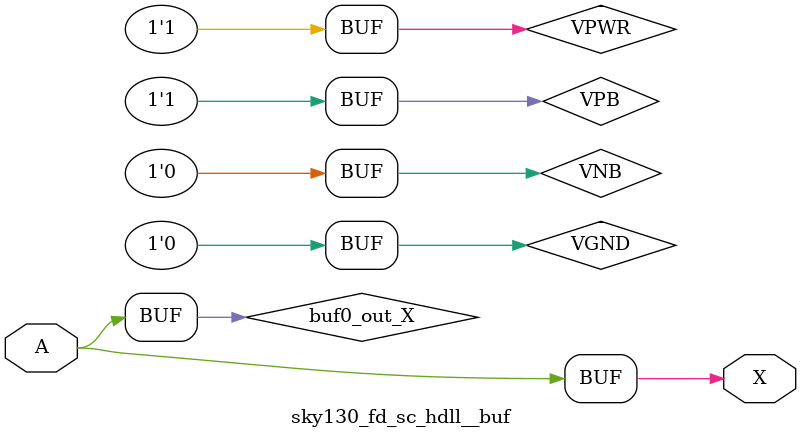
<source format=v>
/*
 * Copyright 2020 The SkyWater PDK Authors
 *
 * Licensed under the Apache License, Version 2.0 (the "License");
 * you may not use this file except in compliance with the License.
 * You may obtain a copy of the License at
 *
 *     https://www.apache.org/licenses/LICENSE-2.0
 *
 * Unless required by applicable law or agreed to in writing, software
 * distributed under the License is distributed on an "AS IS" BASIS,
 * WITHOUT WARRANTIES OR CONDITIONS OF ANY KIND, either express or implied.
 * See the License for the specific language governing permissions and
 * limitations under the License.
 *
 * SPDX-License-Identifier: Apache-2.0
*/


`ifndef SKY130_FD_SC_HDLL__BUF_TIMING_V
`define SKY130_FD_SC_HDLL__BUF_TIMING_V

/**
 * buf: Buffer.
 *
 * Verilog simulation timing model.
 */

`timescale 1ns / 1ps
`default_nettype none

`celldefine
module sky130_fd_sc_hdll__buf (
    X,
    A
);

    // Module ports
    output X;
    input  A;

    // Module supplies
    supply1 VPWR;
    supply0 VGND;
    supply1 VPB ;
    supply0 VNB ;

    // Local signals
    wire buf0_out_X;

    //  Name  Output      Other arguments
    buf buf0 (buf0_out_X, A              );
    buf buf1 (X         , buf0_out_X     );

endmodule
`endcelldefine

`default_nettype wire
`endif  // SKY130_FD_SC_HDLL__BUF_TIMING_V

</source>
